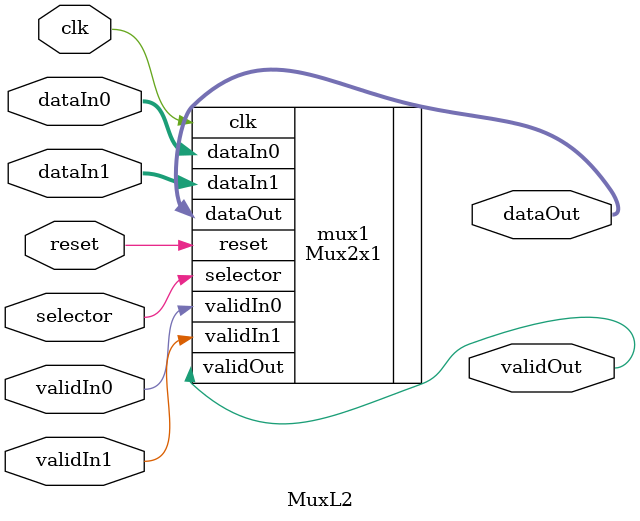
<source format=v>

module MuxL2(
    output [7:0]dataOut,
    output validOut,
    input [7:0]dataIn0,
    input [7:0]dataIn1,
    input validIn0,
    input validIn1,
    input selector,
    input clk,
    input reset);

    Mux2x1 mux1(
        //Outputs
        .dataOut  (dataOut[7:0]),
        .validOut (validOut),
        //Inputs
        .dataIn0  (dataIn0[7:0]),
        .dataIn1  (dataIn1[7:0]),
        .validIn0 (validIn0),
        .validIn1 (validIn1),
        .selector (selector),
        .clk      (clk),
        .reset    (reset)
    );
endmodule
</source>
